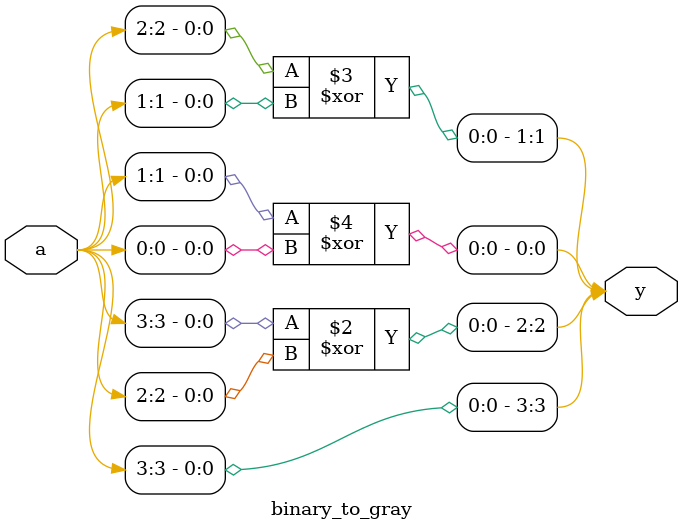
<source format=v>
module binary_to_gray(
	input [3:0] a,
	output reg [3:0] y
);


always@(*) begin
	y[3] <= a[3];
	y[2] <= a[3]^a[2];
	y[1] <= a[2]^a[1];
	y[0] <= a[1]^a[0];
end

endmodule
	
	
</source>
